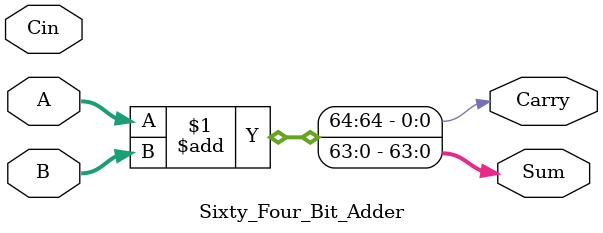
<source format=v>
`timescale 1ns / 1ps


module Sixty_Four_Bit_Adder(Sum, Carry, A, B, Cin );

input [63:0] A, B;
input Cin;

output [63:0] Sum;
output Carry;



//logic designing
assign {Carry, Sum} = A + B;

endmodule

</source>
